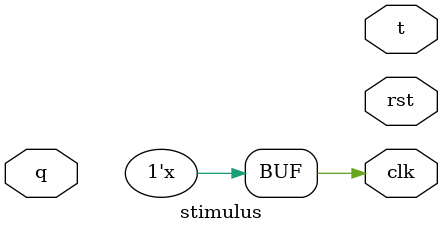
<source format=v>

module stimulus(q, t, clk, rst);
	input [3:0]q;
	output t, clk, rst;
	reg t, clk, rst;
	always
		#5 clk = ~clk;
	initial
	begin
		clk = 1'b0;

	end
	initial
		$monitor($time, ", t=%b, rst=%b, clk=%b, q=%b", t, rst, clk, q);
endmodule

</source>
